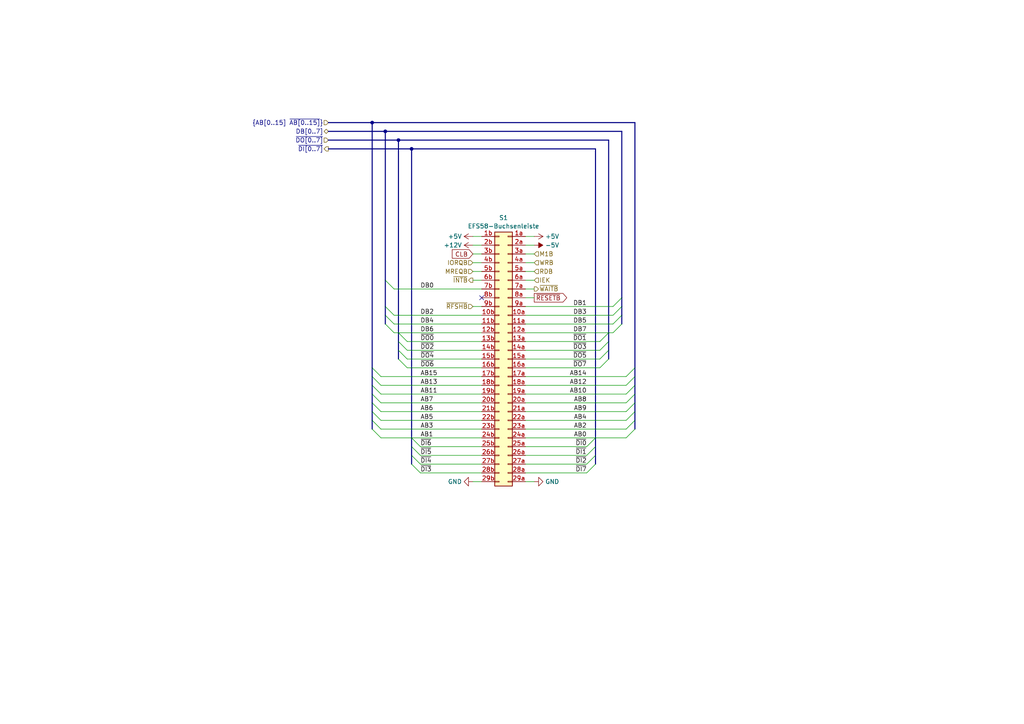
<source format=kicad_sch>
(kicad_sch (version 20250114) (generator "eeschema") (generator_version "9.0")
  (paper "A4")
  (title_block (title "Bus-Schnittstelle"))
  (lib_symbols
    (symbol "RFT_Steckverbinder:EFS58-Buchsenleiste" (pin_names (offset 1.016) (hide yes))
      (property "Reference" "X" (at 0 38.1 0))
      (property "Value" "EFS58-Buchsenleiste" (at 0 -38.1 0))
      (symbol "EFS58-Buchsenleiste_1_1"
        (rectangle (start -2.54 36.83) (end 2.54 -36.83) (stroke (width 0.254)) (fill (type background)))
        (rectangle (start -2.54 35.687) (end -1.27 35.433) (stroke (width 0.1524)))
        (rectangle (start -2.54 33.147) (end -1.27 32.893) (stroke (width 0.1524)))
        (rectangle (start -2.54 30.607) (end -1.27 30.353) (stroke (width 0.1524)))
        (rectangle (start -2.54 28.067) (end -1.27 27.813) (stroke (width 0.1524)))
        (rectangle (start -2.54 25.527) (end -1.27 25.273) (stroke (width 0.1524)))
        (rectangle (start -2.54 22.987) (end -1.27 22.733) (stroke (width 0.1524)))
        (rectangle (start -2.54 20.447) (end -1.27 20.193) (stroke (width 0.1524)))
        (rectangle (start -2.54 17.907) (end -1.27 17.653) (stroke (width 0.1524)))
        (rectangle (start -2.54 15.367) (end -1.27 15.113) (stroke (width 0.1524)))
        (rectangle (start -2.54 12.827) (end -1.27 12.573) (stroke (width 0.1524)))
        (rectangle (start -2.54 10.287) (end -1.27 10.033) (stroke (width 0.1524)))
        (rectangle (start -2.54 7.747) (end -1.27 7.493) (stroke (width 0.1524)))
        (rectangle (start -2.54 5.207) (end -1.27 4.953) (stroke (width 0.1524)))
        (rectangle (start -2.54 2.667) (end -1.27 2.413) (stroke (width 0.1524)))
        (rectangle (start -2.54 0.127) (end -1.27 -0.127) (stroke (width 0.1524)))
        (rectangle (start -2.54 -2.413) (end -1.27 -2.667) (stroke (width 0.1524)))
        (rectangle (start -2.54 -4.953) (end -1.27 -5.207) (stroke (width 0.1524)))
        (rectangle (start -2.54 -7.493) (end -1.27 -7.747) (stroke (width 0.1524)))
        (rectangle (start -2.54 -10.033) (end -1.27 -10.287) (stroke (width 0.1524)))
        (rectangle (start -2.54 -12.573) (end -1.27 -12.827) (stroke (width 0.1524)))
        (rectangle (start -2.54 -15.113) (end -1.27 -15.367) (stroke (width 0.1524)))
        (rectangle (start -2.54 -17.653) (end -1.27 -17.907) (stroke (width 0.1524)))
        (rectangle (start -2.54 -20.193) (end -1.27 -20.447) (stroke (width 0.1524)))
        (rectangle (start -2.54 -22.733) (end -1.27 -22.987) (stroke (width 0.1524)))
        (rectangle (start -2.54 -25.273) (end -1.27 -25.527) (stroke (width 0.1524)))
        (rectangle (start -2.54 -27.813) (end -1.27 -28.067) (stroke (width 0.1524)))
        (rectangle (start -2.54 -30.353) (end -1.27 -30.607) (stroke (width 0.1524)))
        (rectangle (start -2.54 -32.893) (end -1.27 -33.147) (stroke (width 0.1524)))
        (rectangle (start -2.54 -35.433) (end -1.27 -35.687) (stroke (width 0.1524)))
        (rectangle (start 2.54 35.687) (end 1.27 35.433) (stroke (width 0.1524)))
        (rectangle (start 2.54 33.147) (end 1.27 32.893) (stroke (width 0.1524)))
        (rectangle (start 2.54 30.607) (end 1.27 30.353) (stroke (width 0.1524)))
        (rectangle (start 2.54 28.067) (end 1.27 27.813) (stroke (width 0.1524)))
        (rectangle (start 2.54 25.527) (end 1.27 25.273) (stroke (width 0.1524)))
        (rectangle (start 2.54 22.987) (end 1.27 22.733) (stroke (width 0.1524)))
        (rectangle (start 2.54 20.447) (end 1.27 20.193) (stroke (width 0.1524)))
        (rectangle (start 2.54 17.907) (end 1.27 17.653) (stroke (width 0.1524)))
        (rectangle (start 2.54 15.367) (end 1.27 15.113) (stroke (width 0.1524)))
        (rectangle (start 2.54 12.827) (end 1.27 12.573) (stroke (width 0.1524)))
        (rectangle (start 2.54 10.287) (end 1.27 10.033) (stroke (width 0.1524)))
        (rectangle (start 2.54 7.747) (end 1.27 7.493) (stroke (width 0.1524)))
        (rectangle (start 2.54 5.207) (end 1.27 4.953) (stroke (width 0.1524)))
        (rectangle (start 2.54 2.667) (end 1.27 2.413) (stroke (width 0.1524)))
        (rectangle (start 2.54 0.127) (end 1.27 -0.127) (stroke (width 0.1524)))
        (rectangle (start 2.54 -2.413) (end 1.27 -2.667) (stroke (width 0.1524)))
        (rectangle (start 2.54 -4.953) (end 1.27 -5.207) (stroke (width 0.1524)))
        (rectangle (start 2.54 -7.493) (end 1.27 -7.747) (stroke (width 0.1524)))
        (rectangle (start 2.54 -10.033) (end 1.27 -10.287) (stroke (width 0.1524)))
        (rectangle (start 2.54 -12.573) (end 1.27 -12.827) (stroke (width 0.1524)))
        (rectangle (start 2.54 -15.113) (end 1.27 -15.367) (stroke (width 0.1524)))
        (rectangle (start 2.54 -17.653) (end 1.27 -17.907) (stroke (width 0.1524)))
        (rectangle (start 2.54 -20.193) (end 1.27 -20.447) (stroke (width 0.1524)))
        (rectangle (start 2.54 -22.733) (end 1.27 -22.987) (stroke (width 0.1524)))
        (rectangle (start 2.54 -25.273) (end 1.27 -25.527) (stroke (width 0.1524)))
        (rectangle (start 2.54 -27.813) (end 1.27 -28.067) (stroke (width 0.1524)))
        (rectangle (start 2.54 -30.353) (end 1.27 -30.607) (stroke (width 0.1524)))
        (rectangle (start 2.54 -32.893) (end 1.27 -33.147) (stroke (width 0.1524)))
        (rectangle (start 2.54 -35.433) (end 1.27 -35.687) (stroke (width 0.1524)))
        (pin passive line (at -6.35 35.56 0) (length 3.81) (name "Pin_1a") (number "1a"))
        (pin passive line (at -6.35 33.02 0) (length 3.81) (name "Pin_2a") (number "2a"))
        (pin passive line (at -6.35 30.48 0) (length 3.81) (name "Pin_3a") (number "3a"))
        (pin passive line (at -6.35 27.94 0) (length 3.81) (name "Pin_4a") (number "4a"))
        (pin passive line (at -6.35 25.4 0) (length 3.81) (name "Pin_5a") (number "5a"))
        (pin passive line (at -6.35 22.86 0) (length 3.81) (name "Pin_6a") (number "6a"))
        (pin passive line (at -6.35 20.32 0) (length 3.81) (name "Pin_7a") (number "7a"))
        (pin passive line (at -6.35 17.78 0) (length 3.81) (name "Pin_8a") (number "8a"))
        (pin passive line (at -6.35 15.24 0) (length 3.81) (name "Pin_9a") (number "9a"))
        (pin passive line (at -6.35 12.7 0) (length 3.81) (name "Pin_10a") (number "10a"))
        (pin passive line (at -6.35 10.16 0) (length 3.81) (name "Pin_11a") (number "11a"))
        (pin passive line (at -6.35 7.62 0) (length 3.81) (name "Pin_12a") (number "12a"))
        (pin passive line (at -6.35 5.08 0) (length 3.81) (name "Pin_13a") (number "13a"))
        (pin passive line (at -6.35 2.54 0) (length 3.81) (name "Pin_14a") (number "14a"))
        (pin passive line (at -6.35 0 0) (length 3.81) (name "Pin_15a") (number "15a"))
        (pin passive line (at -6.35 -2.54 0) (length 3.81) (name "Pin_16a") (number "16a"))
        (pin passive line (at -6.35 -5.08 0) (length 3.81) (name "Pin_17a") (number "17a"))
        (pin passive line (at -6.35 -7.62 0) (length 3.81) (name "Pin_18a") (number "18a"))
        (pin passive line (at -6.35 -10.16 0) (length 3.81) (name "Pin_19a") (number "19a"))
        (pin passive line (at -6.35 -12.7 0) (length 3.81) (name "Pin_20a") (number "20a"))
        (pin passive line (at -6.35 -15.24 0) (length 3.81) (name "Pin_21a") (number "21a"))
        (pin passive line (at -6.35 -17.78 0) (length 3.81) (name "Pin_22a") (number "22a"))
        (pin passive line (at -6.35 -20.32 0) (length 3.81) (name "Pin_23a") (number "23a"))
        (pin passive line (at -6.35 -22.86 0) (length 3.81) (name "Pin_24a") (number "24a"))
        (pin passive line (at -6.35 -25.4 0) (length 3.81) (name "Pin_25a") (number "25a"))
        (pin passive line (at -6.35 -27.94 0) (length 3.81) (name "Pin_26a") (number "26a"))
        (pin passive line (at -6.35 -30.48 0) (length 3.81) (name "Pin_27a") (number "27a"))
        (pin passive line (at -6.35 -33.02 0) (length 3.81) (name "Pin_28a") (number "28a"))
        (pin passive line (at -6.35 -35.56 0) (length 3.81) (name "Pin_29a") (number "29a"))
        (pin passive line (at 6.35 35.56 180) (length 3.81) (name "Pin_1b") (number "1b"))
        (pin passive line (at 6.35 33.02 180) (length 3.81) (name "Pin_2b") (number "2b"))
        (pin passive line (at 6.35 30.48 180) (length 3.81) (name "Pin_3b") (number "3b"))
        (pin passive line (at 6.35 27.94 180) (length 3.81) (name "Pin_4b") (number "4b"))
        (pin passive line (at 6.35 25.4 180) (length 3.81) (name "Pin_5b") (number "5b"))
        (pin passive line (at 6.35 22.86 180) (length 3.81) (name "Pin_6b") (number "6b"))
        (pin passive line (at 6.35 20.32 180) (length 3.81) (name "Pin_7b") (number "7b"))
        (pin passive line (at 6.35 17.78 180) (length 3.81) (name "Pin_8b") (number "8b"))
        (pin passive line (at 6.35 15.24 180) (length 3.81) (name "Pin_9b") (number "9b"))
        (pin passive line (at 6.35 12.7 180) (length 3.81) (name "Pin_10b") (number "10b"))
        (pin passive line (at 6.35 10.16 180) (length 3.81) (name "Pin_11b") (number "11b"))
        (pin passive line (at 6.35 7.62 180) (length 3.81) (name "Pin_12b") (number "12b"))
        (pin passive line (at 6.35 5.08 180) (length 3.81) (name "Pin_13b") (number "13b"))
        (pin passive line (at 6.35 2.54 180) (length 3.81) (name "Pin_14b") (number "14b"))
        (pin passive line (at 6.35 0 180) (length 3.81) (name "Pin_15b") (number "15b"))
        (pin passive line (at 6.35 -2.54 180) (length 3.81) (name "Pin_16b") (number "16b"))
        (pin passive line (at 6.35 -5.08 180) (length 3.81) (name "Pin_17b") (number "17b"))
        (pin passive line (at 6.35 -7.62 180) (length 3.81) (name "Pin_18b") (number "18b"))
        (pin passive line (at 6.35 -10.16 180) (length 3.81) (name "Pin_19b") (number "19b"))
        (pin passive line (at 6.35 -12.7 180) (length 3.81) (name "Pin_20b") (number "20b"))
        (pin passive line (at 6.35 -15.24 180) (length 3.81) (name "Pin_21b") (number "21b"))
        (pin passive line (at 6.35 -17.78 180) (length 3.81) (name "Pin_22b") (number "22b"))
        (pin passive line (at 6.35 -20.32 180) (length 3.81) (name "Pin_23b") (number "23b"))
        (pin passive line (at 6.35 -22.86 180) (length 3.81) (name "Pin_24b") (number "24b"))
        (pin passive line (at 6.35 -25.4 180) (length 3.81) (name "Pin_25b") (number "25b"))
        (pin passive line (at 6.35 -27.94 180) (length 3.81) (name "Pin_26b") (number "26b"))
        (pin passive line (at 6.35 -30.48 180) (length 3.81) (name "Pin_27b") (number "27b"))
        (pin passive line (at 6.35 -33.02 180) (length 3.81) (name "Pin_28b") (number "28b"))
        (pin passive line (at 6.35 -35.56 180) (length 3.81) (name "Pin_29b") (number "29b"))
      )
    )
    (symbol "power:+12V" (power) (pin_names (offset 0))
      (property "Value" "+12V" (at 0 3.556 0))
      (symbol "+12V_0_1"
        (polyline (pts (xy -0.762 1.27) (xy 0 2.54)))
        (polyline (pts (xy 0 2.54) (xy 0.762 1.27)))
        (polyline (pts (xy 0 0) (xy 0 2.54)))
      )
      (symbol "+12V_1_1"
        (pin power_in line (at 0 0 90) (length 0) (hide yes) (name "+12V") (number "1"))
      )
    )
    (symbol "power:+5V" (power) (pin_names (offset 0))
      (property "Value" "+5V" (at 0 3.556 0))
      (symbol "+5V_0_1"
        (polyline (pts (xy -0.762 1.27) (xy 0 2.54)))
        (polyline (pts (xy 0 2.54) (xy 0.762 1.27)))
        (polyline (pts (xy 0 0) (xy 0 2.54)))
      )
      (symbol "+5V_1_1"
        (pin power_in line (at 0 0 90) (length 0) (hide yes) (name "+5V") (number "1"))
      )
    )
    (symbol "power:-5V" (power) (pin_names (offset 0))
      (property "Value" "-5V" (at 0 3.81 0))
      (symbol "-5V_0_0"
        (pin power_in line (at 0 0 90) (length 0) (hide yes) (name "-5V") (number "1"))
      )
      (symbol "-5V_0_1"
        (polyline (pts (xy 0 0) (xy 0 1.27) (xy 0.762 1.27) (xy 0 2.54) (xy -0.762 1.27) (xy 0 1.27)) (fill (type outline)))
      )
    )
    (symbol "power:GND" (power) (pin_names (offset 0))
      (property "Value" "GND" (at 0 -3.81 0))
      (symbol "GND_0_1"
        (polyline (pts (xy 0 0) (xy 0 -1.27) (xy 1.27 -1.27) (xy 0 -2.54) (xy -1.27 -1.27) (xy 0 -1.27)))
      )
      (symbol "GND_1_1"
        (pin power_in line (at 0 0 270) (length 0) (hide yes) (name "GND") (number "1"))
      )
    )
  )
  (junction (at 119.38 43.18))
  (junction (at 107.95 35.56))
  (junction (at 111.76 38.1))
  (junction (at 115.57 40.64))
  (no_connect (at 139.7 86.36))
  (bus_entry (at 172.72 132.08) (size -2.54 2.54))
  (bus_entry (at 119.38 129.54) (size 2.54 2.54))
  (bus_entry (at 172.72 134.62) (size -2.54 2.54))
  (bus_entry (at 180.34 88.9) (size -2.54 2.54))
  (bus_entry (at 184.15 109.22) (size -2.54 2.54))
  (bus_entry (at 180.34 93.98) (size -2.54 2.54))
  (bus_entry (at 115.57 101.6) (size 2.54 2.54))
  (bus_entry (at 176.53 99.06) (size -2.54 2.54))
  (bus_entry (at 119.38 127) (size 2.54 2.54))
  (bus_entry (at 172.72 129.54) (size -2.54 2.54))
  (bus_entry (at 176.53 101.6) (size -2.54 2.54))
  (bus_entry (at 184.15 111.76) (size -2.54 2.54))
  (bus_entry (at 107.95 121.92) (size 2.54 2.54))
  (bus_entry (at 107.95 109.22) (size 2.54 2.54))
  (bus_entry (at 107.95 111.76) (size 2.54 2.54))
  (bus_entry (at 184.15 124.46) (size -2.54 2.54))
  (bus_entry (at 184.15 106.68) (size -2.54 2.54))
  (bus_entry (at 107.95 124.46) (size 2.54 2.54))
  (bus_entry (at 180.34 86.36) (size -2.54 2.54))
  (bus_entry (at 115.57 99.06) (size 2.54 2.54))
  (bus_entry (at 184.15 119.38) (size -2.54 2.54))
  (bus_entry (at 184.15 121.92) (size -2.54 2.54))
  (bus_entry (at 119.38 132.08) (size 2.54 2.54))
  (bus_entry (at 184.15 114.3) (size -2.54 2.54))
  (bus_entry (at 107.95 106.68) (size 2.54 2.54))
  (bus_entry (at 172.72 127) (size -2.54 2.54))
  (bus_entry (at 176.53 104.14) (size -2.54 2.54))
  (bus_entry (at 111.76 81.28) (size 2.54 2.54))
  (bus_entry (at 111.76 91.44) (size 2.54 2.54))
  (bus_entry (at 115.57 96.52) (size 2.54 2.54))
  (bus_entry (at 180.34 91.44) (size -2.54 2.54))
  (bus_entry (at 107.95 114.3) (size 2.54 2.54))
  (bus_entry (at 107.95 116.84) (size 2.54 2.54))
  (bus_entry (at 111.76 88.9) (size 2.54 2.54))
  (bus_entry (at 176.53 96.52) (size -2.54 2.54))
  (bus_entry (at 111.76 93.98) (size 2.54 2.54))
  (bus_entry (at 107.95 119.38) (size 2.54 2.54))
  (bus_entry (at 184.15 116.84) (size -2.54 2.54))
  (bus_entry (at 119.38 134.62) (size 2.54 2.54))
  (bus_entry (at 115.57 104.14) (size 2.54 2.54))
  (bus (pts (xy 180.34 91.44) (xy 180.34 93.98)))
  (wire (pts (xy 110.49 127) (xy 119.38 127)))
  (bus (pts (xy 115.57 40.64) (xy 176.53 40.64)))
  (wire (pts (xy 110.49 124.46) (xy 139.7 124.46)))
  (wire (pts (xy 152.4 91.44) (xy 177.8 91.44)))
  (bus (pts (xy 107.95 114.3) (xy 107.95 116.84)))
  (wire (pts (xy 152.4 139.7) (xy 154.94 139.7)))
  (wire (pts (xy 110.49 111.76) (xy 139.7 111.76)))
  (bus (pts (xy 111.76 91.44) (xy 111.76 93.98)))
  (bus (pts (xy 95.25 43.18) (xy 119.38 43.18)))
  (bus (pts (xy 180.34 86.36) (xy 180.34 88.9)))
  (bus (pts (xy 180.34 88.9) (xy 180.34 91.44)))
  (wire (pts (xy 152.4 121.92) (xy 181.61 121.92)))
  (wire (pts (xy 137.16 81.28) (xy 139.7 81.28)))
  (bus (pts (xy 176.53 96.52) (xy 176.53 99.06)))
  (wire (pts (xy 137.16 76.2) (xy 139.7 76.2)))
  (bus (pts (xy 176.53 40.64) (xy 176.53 96.52)))
  (bus (pts (xy 172.72 43.18) (xy 172.72 127)))
  (wire (pts (xy 152.4 78.74) (xy 154.94 78.74)))
  (bus (pts (xy 172.72 132.08) (xy 172.72 134.62)))
  (wire (pts (xy 152.4 114.3) (xy 181.61 114.3)))
  (wire (pts (xy 152.4 81.28) (xy 154.94 81.28)))
  (wire (pts (xy 152.4 104.14) (xy 173.99 104.14)))
  (wire (pts (xy 152.4 137.16) (xy 170.18 137.16)))
  (bus (pts (xy 107.95 106.68) (xy 107.95 109.22)))
  (wire (pts (xy 152.4 111.76) (xy 181.61 111.76)))
  (bus (pts (xy 184.15 109.22) (xy 184.15 111.76)))
  (bus (pts (xy 115.57 101.6) (xy 115.57 104.14)))
  (bus (pts (xy 119.38 132.08) (xy 119.38 134.62)))
  (wire (pts (xy 152.4 127) (xy 172.72 127)))
  (bus (pts (xy 184.15 121.92) (xy 184.15 124.46)))
  (wire (pts (xy 152.4 106.68) (xy 173.99 106.68)))
  (bus (pts (xy 95.25 40.64) (xy 115.57 40.64)))
  (wire (pts (xy 152.4 129.54) (xy 170.18 129.54)))
  (wire (pts (xy 110.49 119.38) (xy 139.7 119.38)))
  (wire (pts (xy 121.92 134.62) (xy 139.7 134.62)))
  (wire (pts (xy 172.72 127) (xy 181.61 127)))
  (bus (pts (xy 184.15 106.68) (xy 184.15 109.22)))
  (bus (pts (xy 184.15 119.38) (xy 184.15 121.92)))
  (bus (pts (xy 184.15 114.3) (xy 184.15 116.84)))
  (wire (pts (xy 118.11 106.68) (xy 139.7 106.68)))
  (wire (pts (xy 114.3 83.82) (xy 139.7 83.82)))
  (wire (pts (xy 152.4 99.06) (xy 173.99 99.06)))
  (wire (pts (xy 152.4 134.62) (xy 170.18 134.62)))
  (bus (pts (xy 184.15 116.84) (xy 184.15 119.38)))
  (wire (pts (xy 121.92 137.16) (xy 139.7 137.16)))
  (bus (pts (xy 172.72 127) (xy 172.72 129.54)))
  (wire (pts (xy 118.11 99.06) (xy 139.7 99.06)))
  (wire (pts (xy 152.4 109.22) (xy 181.61 109.22)))
  (bus (pts (xy 119.38 129.54) (xy 119.38 132.08)))
  (bus (pts (xy 176.53 99.06) (xy 176.53 101.6)))
  (wire (pts (xy 118.11 104.14) (xy 139.7 104.14)))
  (wire (pts (xy 114.3 91.44) (xy 139.7 91.44)))
  (wire (pts (xy 118.11 101.6) (xy 139.7 101.6)))
  (bus (pts (xy 119.38 43.18) (xy 172.72 43.18)))
  (bus (pts (xy 107.95 121.92) (xy 107.95 124.46)))
  (bus (pts (xy 107.95 111.76) (xy 107.95 114.3)))
  (wire (pts (xy 137.16 68.58) (xy 139.7 68.58)))
  (wire (pts (xy 152.4 83.82) (xy 154.94 83.82)))
  (bus (pts (xy 184.15 35.56) (xy 184.15 106.68)))
  (wire (pts (xy 152.4 101.6) (xy 173.99 101.6)))
  (bus (pts (xy 95.25 38.1) (xy 111.76 38.1)))
  (bus (pts (xy 107.95 109.22) (xy 107.95 111.76)))
  (bus (pts (xy 184.15 111.76) (xy 184.15 114.3)))
  (bus (pts (xy 107.95 35.56) (xy 107.95 106.68)))
  (bus (pts (xy 176.53 101.6) (xy 176.53 104.14)))
  (bus (pts (xy 107.95 35.56) (xy 184.15 35.56)))
  (wire (pts (xy 110.49 116.84) (xy 139.7 116.84)))
  (wire (pts (xy 170.18 132.08) (xy 152.4 132.08)))
  (wire (pts (xy 176.53 96.52) (xy 177.8 96.52)))
  (wire (pts (xy 110.49 114.3) (xy 139.7 114.3)))
  (wire (pts (xy 137.16 139.7) (xy 139.7 139.7)))
  (bus (pts (xy 95.25 35.56) (xy 107.95 35.56)))
  (wire (pts (xy 137.16 78.74) (xy 139.7 78.74)))
  (wire (pts (xy 121.92 129.54) (xy 139.7 129.54)))
  (wire (pts (xy 137.16 71.12) (xy 139.7 71.12)))
  (wire (pts (xy 152.4 93.98) (xy 177.8 93.98)))
  (wire (pts (xy 152.4 73.66) (xy 154.94 73.66)))
  (wire (pts (xy 115.57 96.52) (xy 139.7 96.52)))
  (bus (pts (xy 107.95 119.38) (xy 107.95 121.92)))
  (wire (pts (xy 152.4 116.84) (xy 181.61 116.84)))
  (bus (pts (xy 115.57 96.52) (xy 115.57 99.06)))
  (bus (pts (xy 111.76 88.9) (xy 111.76 91.44)))
  (wire (pts (xy 152.4 76.2) (xy 154.94 76.2)))
  (wire (pts (xy 152.4 119.38) (xy 181.61 119.38)))
  (bus (pts (xy 111.76 38.1) (xy 111.76 81.28)))
  (wire (pts (xy 110.49 109.22) (xy 139.7 109.22)))
  (bus (pts (xy 115.57 99.06) (xy 115.57 101.6)))
  (wire (pts (xy 152.4 88.9) (xy 177.8 88.9)))
  (wire (pts (xy 152.4 96.52) (xy 176.53 96.52)))
  (wire (pts (xy 137.16 88.9) (xy 139.7 88.9)))
  (wire (pts (xy 137.16 73.66) (xy 139.7 73.66)))
  (wire (pts (xy 152.4 68.58) (xy 154.94 68.58)))
  (wire (pts (xy 152.4 124.46) (xy 181.61 124.46)))
  (bus (pts (xy 180.34 38.1) (xy 180.34 86.36)))
  (bus (pts (xy 111.76 81.28) (xy 111.76 88.9)))
  (wire (pts (xy 110.49 121.92) (xy 139.7 121.92)))
  (bus (pts (xy 119.38 43.18) (xy 119.38 127)))
  (wire (pts (xy 119.38 127) (xy 139.7 127)))
  (bus (pts (xy 107.95 116.84) (xy 107.95 119.38)))
  (wire (pts (xy 114.3 96.52) (xy 115.57 96.52)))
  (bus (pts (xy 172.72 129.54) (xy 172.72 132.08)))
  (bus (pts (xy 119.38 127) (xy 119.38 129.54)))
  (wire (pts (xy 121.92 132.08) (xy 139.7 132.08)))
  (bus (pts (xy 111.76 38.1) (xy 180.34 38.1)))
  (bus (pts (xy 115.57 40.64) (xy 115.57 96.52)))
  (wire (pts (xy 152.4 86.36) (xy 154.94 86.36)))
  (wire (pts (xy 152.4 71.12) (xy 154.94 71.12)))
  (wire (pts (xy 114.3 93.98) (xy 139.7 93.98)))
  (label "AB3" (at 121.92 124.46 0))
  (label "DB3" (at 170.18 91.44 180))
  (label "~{DO6}" (at 121.92 106.68 0))
  (label "DB4" (at 121.92 93.98 0))
  (label "AB11" (at 121.92 114.3 0))
  (label "~{DO1}" (at 170.18 99.06 180))
  (label "AB5" (at 121.92 121.92 0))
  (label "AB7" (at 121.92 116.84 0))
  (label "AB2" (at 170.18 124.46 180))
  (label "~{DI3}" (at 121.92 137.16 0))
  (label "~{DI6}" (at 121.92 129.54 0))
  (label "~{DI0}" (at 170.18 129.54 180))
  (label "AB13" (at 121.92 111.76 0))
  (label "~{DI7}" (at 170.18 137.16 180))
  (label "AB8" (at 170.18 116.84 180))
  (label "DB0" (at 121.92 83.82 0))
  (label "DB6" (at 121.92 96.52 0))
  (label "~{DO5}" (at 170.18 104.14 180))
  (label "~{DO2}" (at 121.92 101.6 0))
  (label "~{DO0}" (at 121.92 99.06 0))
  (label "DB1" (at 170.18 88.9 180))
  (label "~{DO4}" (at 121.92 104.14 0))
  (label "DB2" (at 121.92 91.44 0))
  (label "AB4" (at 170.18 121.92 180))
  (label "~{DI5}" (at 121.92 132.08 0))
  (label "AB15" (at 121.92 109.22 0))
  (label "DB5" (at 170.18 93.98 180))
  (label "AB14" (at 170.18 109.22 180))
  (label "AB6" (at 121.92 119.38 0))
  (label "~{DI1}" (at 170.18 132.08 180))
  (label "AB9" (at 170.18 119.38 180))
  (label "~{DI4}" (at 121.92 134.62 0))
  (label "AB1" (at 121.92 127 0))
  (label "DB7" (at 170.18 96.52 180))
  (label "~{DI2}" (at 170.18 134.62 180))
  (label "~{DO3}" (at 170.18 101.6 180))
  (label "AB0" (at 170.18 127 180))
  (label "AB10" (at 170.18 114.3 180))
  (label "~{DO7}" (at 170.18 106.68 180))
  (label "AB12" (at 170.18 111.76 180))
  (global_label "CLB" (shape input) (at 137.16 73.66 180) (property "Intersheetrefs" "${INTERSHEET_REFS}" (effects (hide yes))))
  (global_label "~{RESETB}" (shape output) (at 154.94 86.36 0) (property "Intersheetrefs" "${INTERSHEET_REFS}" (effects (hide yes))))
  (hierarchical_label "RDB" (shape input) (at 154.94 78.74 0))
  (hierarchical_label "WRB" (shape input) (at 154.94 76.2 0))
  (hierarchical_label "M1B" (shape input) (at 154.94 73.66 0))
  (hierarchical_label "~{DO[0..7]}" (shape input) (at 95.25 40.64 180))
  (hierarchical_label "DB[0..7]" (shape bidirectional) (at 95.25 38.1 180))
  (hierarchical_label "~{RFSHB}" (shape input) (at 137.16 88.9 180))
  (hierarchical_label "~{DI[0..7]}" (shape output) (at 95.25 43.18 180))
  (hierarchical_label "~{WAITB}" (shape output) (at 154.94 83.82 0))
  (hierarchical_label "IEK" (shape input) (at 154.94 81.28 0))
  (hierarchical_label "IORQB" (shape input) (at 137.16 76.2 180))
  (hierarchical_label "{AB[0..15] ~{AB[0..15]}}" (shape input) (at 95.25 35.56 180))
  (hierarchical_label "~{INTB}" (shape output) (at 137.16 81.28 180))
  (hierarchical_label "MREQB" (shape input) (at 137.16 78.74 180))
  (symbol (lib_id "power:+5V") (at 154.94 68.58 270) (unit 1)
    (property "Reference" "#PWR0112" (effects (hide yes)))
    (property "Value" "+5V" (at 158.115 68.58 90) (effects (justify left)))
  )
  (symbol (lib_id "power:-5V") (at 154.94 71.12 270) (unit 1)
    (property "Reference" "#PWR0113" (effects (hide yes)))
    (property "Value" "-5V" (at 158.115 71.12 90) (effects (justify left)))
  )
  (symbol (lib_id "power:+12V") (at 137.16 71.12 90) (unit 1)
    (property "Reference" "#PWR0110" (effects (hide yes)))
    (property "Value" "+12V" (at 133.985 71.12 90) (effects (justify left)))
  )
  (symbol (lib_id "power:GND") (at 137.16 139.7 270) (unit 1)
    (property "Reference" "#PWR0111" (effects (hide yes)))
    (property "Value" "GND" (at 133.9851 139.7 90) (effects (justify right)))
  )
  (symbol (lib_id "RFT_Steckverbinder:EFS58-Buchsenleiste") (at 146.05 104.14 0) (mirror y) (unit 1)
    (property "Reference" "S1" (at 146.05 63.1657 0))
    (property "Value" "EFS58-Buchsenleiste" (at 146.05 65.5899 0))
  )
  (symbol (lib_id "power:+5V") (at 137.16 68.58 90) (unit 1)
    (property "Reference" "#PWR0109" (effects (hide yes)))
    (property "Value" "+5V" (at 133.9851 68.58 90) (effects (justify left)))
  )
  (symbol (lib_id "power:GND") (at 154.94 139.7 90) (unit 1)
    (property "Reference" "#PWR0114" (effects (hide yes)))
    (property "Value" "GND" (at 158.115 139.7 90) (effects (justify right)))
  )
)
</source>
